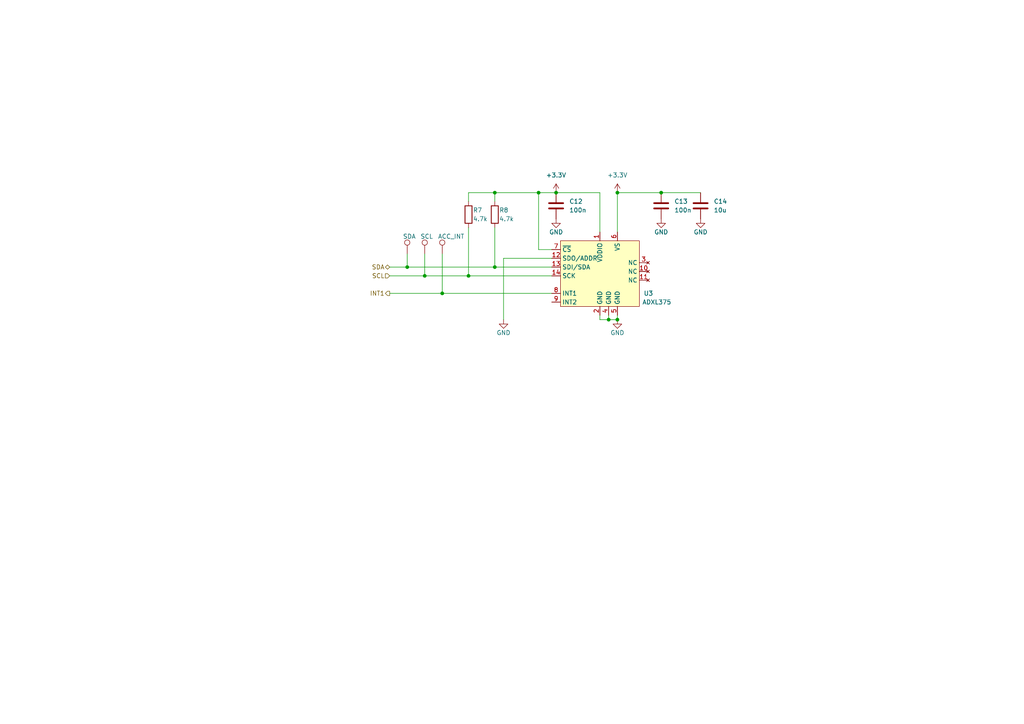
<source format=kicad_sch>
(kicad_sch (version 20230121) (generator eeschema)
  (paper "A4")
  (lib_symbols
    (symbol "Connector:TestPoint" (pin_numbers hide) (pin_names (offset 0.762) hide)
      (property "Reference" "TP" (at 0 6.858 0))
      (property "Value" "TestPoint" (at 0 5.08 0))
      (symbol "TestPoint_0_1"
        (circle (center 0 3.302) (radius 0.762))
      )
      (symbol "TestPoint_1_1"
        (pin passive line (at 0 0 90) (length 2.54) (name "1") (number "1"))
      )
    )
    (symbol "Device:C" (pin_numbers hide) (pin_names (offset 0.254))
      (property "Reference" "C" (at 0.635 2.54 0))
      (property "Value" "C" (at 0.635 -2.54 0))
      (symbol "C_0_1"
        (polyline (pts (xy -2.032 -0.762) (xy 2.032 -0.762)) (stroke (width 0.508)))
        (polyline (pts (xy -2.032 0.762) (xy 2.032 0.762)) (stroke (width 0.508)))
      )
      (symbol "C_1_1"
        (pin passive line (at 0 3.81 270) (length 2.794) (name "~") (number "1"))
        (pin passive line (at 0 -3.81 90) (length 2.794) (name "~") (number "2"))
      )
    )
    (symbol "Device:R" (pin_numbers hide) (pin_names (offset 0))
      (property "Reference" "R" (at 2.032 0 90))
      (property "Value" "R" (at 0 0 90))
      (symbol "R_0_1"
        (rectangle (start -1.016 -2.54) (end 1.016 2.54) (stroke (width 0.254)))
      )
      (symbol "R_1_1"
        (pin passive line (at 0 3.81 270) (length 1.27) (name "~") (number "1"))
        (pin passive line (at 0 -3.81 90) (length 1.27) (name "~") (number "2"))
      )
    )
    (symbol "Project:ADXL375"
      (property "Reference" "U" (at 0 12.7 0))
      (symbol "ADXL375_1_1"
        (rectangle (start -13.97 8.89) (end 8.89 -10.16) (fill (type background)))
        (pin power_in line (at -2.54 11.43 270) (length 2.54) (name "VDDIO") (number "1"))
        (pin no_connect line (at 11.43 0 180) (length 2.54) (name "NC") (number "10"))
        (pin no_connect line (at 11.43 -2.54 180) (length 2.54) (name "NC") (number "11"))
        (pin output line (at -16.51 3.81 0) (length 2.54) (name "SDO/ADDR") (number "12"))
        (pin input line (at -16.51 1.27 0) (length 2.54) (name "SDI/SDA") (number "13"))
        (pin input line (at -16.51 -1.27 0) (length 2.54) (name "SCK") (number "14"))
        (pin power_in line (at -2.54 -12.7 90) (length 2.54) (name "GND") (number "2"))
        (pin no_connect line (at 11.43 2.54 180) (length 2.54) (name "NC") (number "3"))
        (pin power_in line (at 0 -12.7 90) (length 2.54) (name "GND") (number "4"))
        (pin power_in line (at 2.54 -12.7 90) (length 2.54) (name "GND") (number "5"))
        (pin power_in line (at 2.54 11.43 270) (length 2.54) (name "VS") (number "6"))
        (pin input line (at -16.51 6.35 0) (length 2.54) (name "~{CS}") (number "7"))
        (pin output line (at -16.51 -6.35 0) (length 2.54) (name "INT1") (number "8"))
        (pin output line (at -16.51 -8.89 0) (length 2.54) (name "INT2") (number "9"))
      )
    )
    (symbol "power:+3.3V" (power) (pin_names (offset 0))
      (property "Value" "+3.3V" (at 0 3.556 0))
      (symbol "+3.3V_0_1"
        (polyline (pts (xy -0.762 1.27) (xy 0 2.54)))
        (polyline (pts (xy 0 0) (xy 0 2.54)))
        (polyline (pts (xy 0 2.54) (xy 0.762 1.27)))
      )
      (symbol "+3.3V_1_1"
        (pin power_in line (at 0 0 90) (length 0) hide (name "+3.3V") (number "1"))
      )
    )
    (symbol "power:GND" (power) (pin_names (offset 0))
      (property "Value" "GND" (at 0 -3.81 0))
      (symbol "GND_0_1"
        (polyline (pts (xy 0 0) (xy 0 -1.27) (xy 1.27 -1.27) (xy 0 -2.54) (xy -1.27 -1.27) (xy 0 -1.27)))
      )
      (symbol "GND_1_1"
        (pin power_in line (at 0 0 270) (length 0) hide (name "GND") (number "1"))
      )
    )
  )
  (junction (at 179.07 55.88))
  (junction (at 118.11 77.47))
  (junction (at 143.51 55.88))
  (junction (at 128.27 85.09))
  (junction (at 143.51 77.47))
  (junction (at 179.07 92.71))
  (junction (at 191.77 55.88))
  (junction (at 156.21 55.88))
  (junction (at 161.29 55.88))
  (junction (at 123.19 80.01))
  (junction (at 135.89 80.01))
  (junction (at 176.53 92.71))
  (wire (pts (xy 128.27 85.09) (xy 160.02 85.09)))
  (wire (pts (xy 160.02 72.39) (xy 156.21 72.39)))
  (wire (pts (xy 113.03 80.01) (xy 123.19 80.01)))
  (wire (pts (xy 123.19 73.66) (xy 123.19 80.01)))
  (wire (pts (xy 143.51 77.47) (xy 160.02 77.47)))
  (wire (pts (xy 191.77 55.88) (xy 203.2 55.88)))
  (wire (pts (xy 135.89 66.04) (xy 135.89 80.01)))
  (wire (pts (xy 135.89 55.88) (xy 135.89 58.42)))
  (wire (pts (xy 191.77 55.88) (xy 179.07 55.88)))
  (wire (pts (xy 173.99 55.88) (xy 161.29 55.88)))
  (wire (pts (xy 160.02 74.93) (xy 146.05 74.93)))
  (wire (pts (xy 128.27 73.66) (xy 128.27 85.09)))
  (wire (pts (xy 179.07 92.71) (xy 176.53 92.71)))
  (wire (pts (xy 143.51 55.88) (xy 135.89 55.88)))
  (wire (pts (xy 146.05 74.93) (xy 146.05 92.71)))
  (wire (pts (xy 113.03 85.09) (xy 128.27 85.09)))
  (wire (pts (xy 173.99 55.88) (xy 173.99 67.31)))
  (wire (pts (xy 143.51 55.88) (xy 143.51 58.42)))
  (wire (pts (xy 173.99 91.44) (xy 173.99 92.71)))
  (wire (pts (xy 173.99 92.71) (xy 176.53 92.71)))
  (wire (pts (xy 135.89 80.01) (xy 160.02 80.01)))
  (wire (pts (xy 156.21 72.39) (xy 156.21 55.88)))
  (wire (pts (xy 179.07 92.71) (xy 179.07 91.44)))
  (wire (pts (xy 143.51 66.04) (xy 143.51 77.47)))
  (wire (pts (xy 176.53 91.44) (xy 176.53 92.71)))
  (wire (pts (xy 118.11 77.47) (xy 143.51 77.47)))
  (wire (pts (xy 118.11 73.66) (xy 118.11 77.47)))
  (wire (pts (xy 123.19 80.01) (xy 135.89 80.01)))
  (wire (pts (xy 156.21 55.88) (xy 161.29 55.88)))
  (wire (pts (xy 113.03 77.47) (xy 118.11 77.47)))
  (wire (pts (xy 143.51 55.88) (xy 156.21 55.88)))
  (wire (pts (xy 179.07 55.88) (xy 179.07 67.31)))
  (hierarchical_label "SDA" (shape bidirectional) (at 113.03 77.47 180))
  (hierarchical_label "INT1" (shape output) (at 113.03 85.09 180))
  (hierarchical_label "SCL" (shape input) (at 113.03 80.01 180))
  (symbol (lib_id "Project:ADXL375") (at 176.53 78.74 0) (unit 1)
    (property "Reference" "U3" (at 186.69 85.09 0) (effects (justify left)))
    (property "Value" "ADXL375" (at 190.5 87.63 0))
    (property "Footprint" "Package_LGA:LGA-14_3x5mm_P0.8mm_LayoutBorder1x6y" (effects hide))
  )
  (symbol (lib_id "Device:R") (at 143.51 62.23 0) (unit 1)
    (property "Reference" "R8" (at 144.78 60.96 0) (effects (justify left)))
    (property "Value" "4.7k" (at 144.78 63.5 0) (effects (justify left)))
    (property "Footprint" "Resistor_SMD:R_0603_1608Metric_Pad0.98x0.95mm_HandSolder" (effects hide))
  )
  (symbol (lib_id "power:GND") (at 146.05 92.71 0) (unit 1)
    (property "Reference" "#PWR025" (effects hide))
    (property "Value" "GND" (at 146.05 96.52 0))
  )
  (symbol (lib_id "Device:C") (at 161.29 59.69 180) (unit 1)
    (property "Reference" "C12" (at 165.1 58.42 0) (effects (justify right)))
    (property "Value" "100n" (at 165.1 60.96 0) (effects (justify right)))
    (property "Footprint" "Capacitor_SMD:C_0603_1608Metric_Pad1.08x0.95mm_HandSolder" (effects hide))
  )
  (symbol (lib_id "power:GND") (at 203.2 63.5 0) (unit 1)
    (property "Reference" "#PWR031" (effects hide))
    (property "Value" "GND" (at 203.2 67.31 0))
  )
  (symbol (lib_id "power:GND") (at 191.77 63.5 0) (unit 1)
    (property "Reference" "#PWR030" (effects hide))
    (property "Value" "GND" (at 191.77 67.31 0))
  )
  (symbol (lib_id "Device:C") (at 203.2 59.69 0) (unit 1)
    (property "Reference" "C14" (at 207.01 58.42 0) (effects (justify left)))
    (property "Value" "10u" (at 207.01 60.96 0) (effects (justify left)))
    (property "Footprint" "Capacitor_SMD:C_0603_1608Metric_Pad1.08x0.95mm_HandSolder" (effects hide))
  )
  (symbol (lib_id "Connector:TestPoint") (at 128.27 73.66 0) (unit 1)
    (property "Reference" "TP12" (effects hide))
    (property "Value" "ACC_INT" (at 127 68.58 0) (effects (justify left)))
    (property "Footprint" "TestPoint:TestPoint_THTPad_2.0x2.0mm_Drill1.0mm" (effects hide))
  )
  (symbol (lib_id "power:+3.3V") (at 161.29 55.88 0) (unit 1)
    (property "Reference" "#PWR026" (effects hide))
    (property "Value" "+3.3V" (at 161.29 50.8 0))
  )
  (symbol (lib_id "power:+3.3V") (at 179.07 55.88 0) (unit 1)
    (property "Reference" "#PWR028" (effects hide))
    (property "Value" "+3.3V" (at 179.07 50.8 0))
  )
  (symbol (lib_id "Connector:TestPoint") (at 123.19 73.66 0) (unit 1)
    (property "Reference" "TP11" (effects hide))
    (property "Value" "SCL" (at 121.92 68.58 0) (effects (justify left)))
    (property "Footprint" "TestPoint:TestPoint_THTPad_2.0x2.0mm_Drill1.0mm" (effects hide))
  )
  (symbol (lib_id "power:GND") (at 161.29 63.5 0) (unit 1)
    (property "Reference" "#PWR027" (effects hide))
    (property "Value" "GND" (at 161.29 67.31 0))
  )
  (symbol (lib_id "Device:C") (at 191.77 59.69 0) (unit 1)
    (property "Reference" "C13" (at 195.58 58.42 0) (effects (justify left)))
    (property "Value" "100n" (at 195.58 60.96 0) (effects (justify left)))
    (property "Footprint" "Capacitor_SMD:C_0603_1608Metric_Pad1.08x0.95mm_HandSolder" (effects hide))
  )
  (symbol (lib_id "Device:R") (at 135.89 62.23 0) (unit 1)
    (property "Reference" "R7" (at 137.16 60.96 0) (effects (justify left)))
    (property "Value" "4.7k" (at 137.16 63.5 0) (effects (justify left)))
    (property "Footprint" "Resistor_SMD:R_0603_1608Metric_Pad0.98x0.95mm_HandSolder" (effects hide))
  )
  (symbol (lib_id "power:GND") (at 179.07 92.71 0) (unit 1)
    (property "Reference" "#PWR029" (effects hide))
    (property "Value" "GND" (at 179.07 96.52 0))
  )
  (symbol (lib_id "Connector:TestPoint") (at 118.11 73.66 0) (unit 1)
    (property "Reference" "TP10" (effects hide))
    (property "Value" "SDA" (at 116.84 68.58 0) (effects (justify left)))
    (property "Footprint" "TestPoint:TestPoint_THTPad_2.0x2.0mm_Drill1.0mm" (effects hide))
  )
)
</source>
